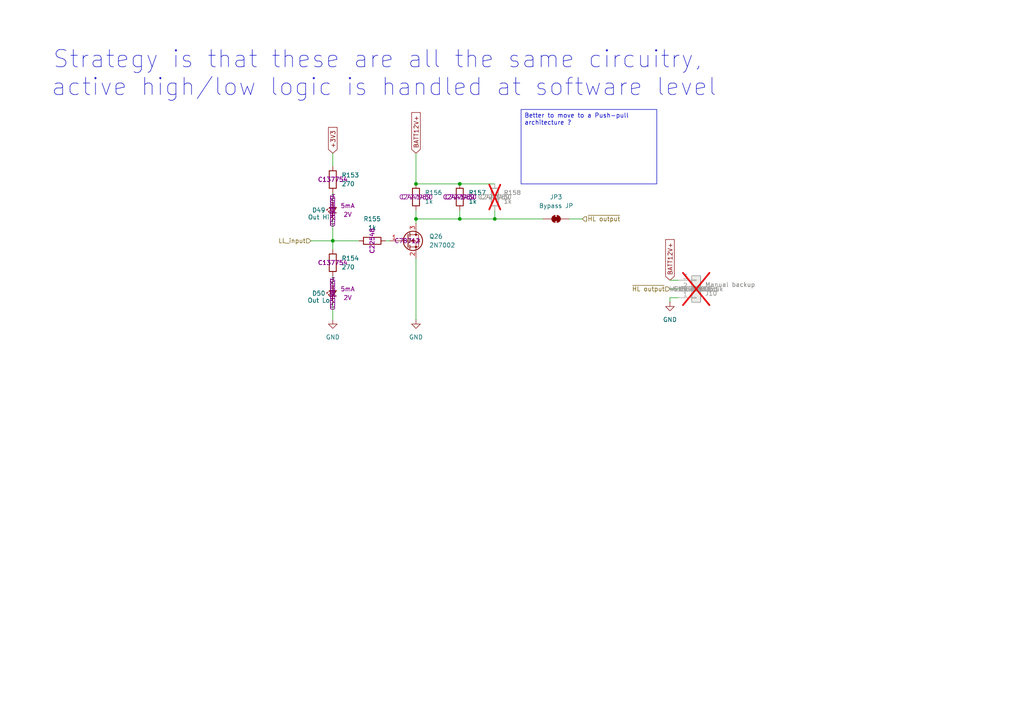
<source format=kicad_sch>
(kicad_sch (version 20250114) (generator "eeschema") (generator_version "9.0")
  (paper "A4")
  (title_block (title "Main architecture") (date "2025-08-10") (rev "0.0") (company "Alex Miller & Martin Roger") (comment 1 "https://github.com/martinroger/VXDash") (comment 2 "https://cadlab.io/projects/vxdash"))
  (lib_symbols
    (symbol "Connector_Generic:Conn_01x03" (pin_names (offset 1.016) (hide yes))
      (property "Reference" "J" (at 0 5.08 0))
      (property "Value" "Conn_01x03" (at 0 -5.08 0))
      (symbol "Conn_01x03_1_1"
        (rectangle (start -1.27 3.81) (end 1.27 -3.81) (stroke (width 0.254)) (fill (type background)))
        (rectangle (start -1.27 2.667) (end 0 2.413) (stroke (width 0.1524)))
        (rectangle (start -1.27 0.127) (end 0 -0.127) (stroke (width 0.1524)))
        (rectangle (start -1.27 -2.413) (end 0 -2.667) (stroke (width 0.1524)))
        (pin passive line (at -5.08 2.54 0) (length 3.81) (name "Pin_1") (number "1"))
        (pin passive line (at -5.08 0 0) (length 3.81) (name "Pin_2") (number "2"))
        (pin passive line (at -5.08 -2.54 0) (length 3.81) (name "Pin_3") (number "3"))
      )
    )
    (symbol "Jumper:SolderJumper_2_Bridged" (pin_numbers (hide yes)) (pin_names (offset 0) (hide yes)) (exclude_from_sim yes) (in_bom no)
      (property "Reference" "JP" (at 0 2.032 0))
      (property "Value" "SolderJumper_2_Bridged" (at 0 -2.54 0))
      (symbol "SolderJumper_2_Bridged_0_1"
        (rectangle (start -0.508 0.508) (end 0.508 -0.508) (fill (type outline)))
        (polyline (pts (xy -0.254 1.016) (xy -0.254 -1.016)))
        (arc (start -0.254 -1.016) (mid -1.2656 0) (end -0.254 1.016))
        (arc (start -0.254 -1.016) (mid -1.2656 0) (end -0.254 1.016) (fill (type outline)))
        (arc (start 0.254 1.016) (mid 1.2656 0) (end 0.254 -1.016))
        (arc (start 0.254 1.016) (mid 1.2656 0) (end 0.254 -1.016) (fill (type outline)))
        (polyline (pts (xy 0.254 1.016) (xy 0.254 -1.016)))
      )
      (symbol "SolderJumper_2_Bridged_1_1"
        (pin passive line (at -3.81 0 0) (length 2.54) (name "A") (number "1"))
        (pin passive line (at 3.81 0 180) (length 2.54) (name "B") (number "2"))
      )
    )
    (symbol "Transistor_FET:Q_NMOS_GSD" (pin_names (offset 0) (hide yes))
      (property "Reference" "Q" (at 5.08 1.905 0))
      (property "Value" "Q_NMOS_GSD" (at 5.08 0 0))
      (symbol "Q_NMOS_GSD_0_1"
        (polyline (pts (xy 0.254 1.905) (xy 0.254 -1.905)) (stroke (width 0.254)))
        (polyline (pts (xy 0.254 0) (xy -2.54 0)))
        (polyline (pts (xy 0.762 2.286) (xy 0.762 1.27)) (stroke (width 0.254)))
        (polyline (pts (xy 0.762 0.508) (xy 0.762 -0.508)) (stroke (width 0.254)))
        (polyline (pts (xy 0.762 -1.27) (xy 0.762 -2.286)) (stroke (width 0.254)))
        (polyline (pts (xy 0.762 -1.778) (xy 3.302 -1.778) (xy 3.302 1.778) (xy 0.762 1.778)))
        (polyline (pts (xy 1.016 0) (xy 2.032 0.381) (xy 2.032 -0.381) (xy 1.016 0)) (fill (type outline)))
        (circle (center 1.651 0) (radius 2.794) (stroke (width 0.254)))
        (polyline (pts (xy 2.54 2.54) (xy 2.54 1.778)))
        (circle (center 2.54 1.778) (radius 0.254) (fill (type outline)))
        (circle (center 2.54 -1.778) (radius 0.254) (fill (type outline)))
        (polyline (pts (xy 2.54 -2.54) (xy 2.54 0) (xy 0.762 0)))
        (polyline (pts (xy 2.921 0.381) (xy 3.683 0.381)))
        (polyline (pts (xy 3.302 0.381) (xy 2.921 -0.254) (xy 3.683 -0.254) (xy 3.302 0.381)))
      )
      (symbol "Q_NMOS_GSD_1_1"
        (pin input line (at -5.08 0 0) (length 2.54) (name "G") (number "1"))
        (pin passive line (at 2.54 5.08 270) (length 2.54) (name "D") (number "3"))
        (pin passive line (at 2.54 -5.08 90) (length 2.54) (name "S") (number "2"))
      )
    )
    (symbol "VXDash_diodes:LED_Small" (pin_numbers (hide yes)) (pin_names (offset 0.254) (hide yes))
      (property "Reference" "D1" (at 0.0635 6.35 0))
      (property "Value" "LED_Small" (at 0.0635 3.81 0))
      (property "Vf" "2V" (at 0 -4.572 0))
      (property "If" "5mA" (at 0 -2.54 0))
      (symbol "LED_Small_0_1"
        (polyline (pts (xy -0.762 -1.016) (xy -0.762 1.016)) (stroke (width 0.254)))
        (polyline (pts (xy 0 0.762) (xy -0.508 1.27) (xy -0.254 1.27) (xy -0.508 1.27) (xy -0.508 1.016)))
        (polyline (pts (xy 0.508 1.27) (xy 0 1.778) (xy 0.254 1.778) (xy 0 1.778) (xy 0 1.524)))
        (polyline (pts (xy 0.762 -1.016) (xy -0.762 0) (xy 0.762 1.016) (xy 0.762 -1.016)) (stroke (width 0.254)))
        (polyline (pts (xy 1.016 0) (xy -0.762 0)))
      )
      (symbol "LED_Small_1_1"
        (pin passive line (at -2.54 0 0) (length 1.778) (name "K") (number "1"))
        (pin passive line (at 2.54 0 180) (length 1.778) (name "A") (number "2"))
      )
    )
    (symbol "VXDash_passives:Res" (pin_numbers (hide yes)) (pin_names (offset 0))
      (property "Reference" "R" (at 1.27 1.27 0))
      (property "Value" "Res" (at 1.27 -1.27 0))
      (symbol "Res_0_1"
        (rectangle (start -1.016 -2.54) (end 1.016 2.54) (stroke (width 0.254)))
      )
      (symbol "Res_1_1"
        (pin passive line (at 0 3.81 270) (length 1.27) (name "~") (number "1"))
        (pin passive line (at 0 -3.81 90) (length 1.27) (name "~") (number "2"))
      )
    )
    (symbol "power:GND" (power) (pin_numbers (hide yes)) (pin_names (offset 0) (hide yes))
      (property "Value" "GND" (at 0 -3.81 0))
      (symbol "GND_0_1"
        (polyline (pts (xy 0 0) (xy 0 -1.27) (xy 1.27 -1.27) (xy 0 -2.54) (xy -1.27 -1.27) (xy 0 -1.27)))
      )
      (symbol "GND_1_1"
        (pin power_in line (at 0 0 270) (length 0) (name "~") (number "1"))
      )
    )
  )
  (text "Strategy is that these are all the same circuitry,\n active high/low logic is handled at software level" (at 109.474 21.336 0) (effects (font (size 5 5))))
  (text_box "Better to move to a Push-pull architecture ?" (at 151.13 31.75 0) (size 39.37 21.59) (margins 0.9525 0.9525 0.9525 0.9525) (effects (font (size 1.27 1.27)) (justify left top)))
  (junction (at 133.35 63.5))
  (junction (at 143.51 63.5))
  (junction (at 133.35 53.34))
  (junction (at 120.65 53.34))
  (junction (at 96.52 69.85))
  (junction (at 120.65 63.5))
  (wire (pts (xy 143.51 60.96) (xy 143.51 63.5)))
  (wire (pts (xy 120.65 53.34) (xy 133.35 53.34)))
  (wire (pts (xy 90.17 69.85) (xy 96.52 69.85)))
  (wire (pts (xy 120.65 63.5) (xy 133.35 63.5)))
  (wire (pts (xy 96.52 69.85) (xy 96.52 72.39)))
  (wire (pts (xy 96.52 44.45) (xy 96.52 48.26)))
  (wire (pts (xy 120.65 63.5) (xy 120.65 64.77)))
  (wire (pts (xy 194.31 83.82) (xy 196.85 83.82)))
  (wire (pts (xy 165.1 63.5) (xy 168.91 63.5)))
  (wire (pts (xy 196.85 86.36) (xy 194.31 86.36)))
  (wire (pts (xy 194.31 81.28) (xy 196.85 81.28)))
  (wire (pts (xy 120.65 74.93) (xy 120.65 92.71)))
  (wire (pts (xy 133.35 63.5) (xy 143.51 63.5)))
  (wire (pts (xy 111.76 69.85) (xy 113.03 69.85)))
  (wire (pts (xy 120.65 44.45) (xy 120.65 53.34)))
  (wire (pts (xy 96.52 69.85) (xy 104.14 69.85)))
  (wire (pts (xy 133.35 53.34) (xy 143.51 53.34)))
  (wire (pts (xy 194.31 86.36) (xy 194.31 87.63)))
  (wire (pts (xy 96.52 87.63) (xy 96.52 92.71)))
  (wire (pts (xy 143.51 63.5) (xy 157.48 63.5)))
  (wire (pts (xy 96.52 63.5) (xy 96.52 69.85)))
  (wire (pts (xy 133.35 60.96) (xy 133.35 63.5)))
  (wire (pts (xy 96.52 80.01) (xy 96.52 82.55)))
  (wire (pts (xy 120.65 60.96) (xy 120.65 63.5)))
  (wire (pts (xy 96.52 55.88) (xy 96.52 58.42)))
  (global_label "+3V3" (shape input) (at 96.52 44.45 90) (property "Intersheetrefs" "${INTERSHEET_REFS}" (effects (hide yes))))
  (global_label "BATT12V+" (shape input) (at 120.65 44.45 90) (property "Intersheetrefs" "${INTERSHEET_REFS}" (effects (hide yes))))
  (global_label "BATT12V+" (shape input) (at 194.31 81.28 90) (property "Intersheetrefs" "${INTERSHEET_REFS}" (effects (hide yes))))
  (hierarchical_label "~{HL output}" (shape input) (at 194.31 83.82 180))
  (hierarchical_label "~{HL output}" (shape input) (at 168.91 63.5 0))
  (hierarchical_label "LL_input" (shape input) (at 90.17 69.85 180))
  (symbol (lib_id "Connector_Generic:Conn_01x03") (at 201.93 83.82 0) (mirror x) (unit 1) (dnp yes)
    (property "Reference" "J8" (at 204.47 85.0901 0) (effects (justify left)))
    (property "Value" "Manual backup" (at 204.47 82.5501 0) (effects (justify left)))
    (property "Footprint" "Connector_PinHeader_2.54mm:PinHeader_1x03_P2.54mm_Vertical" (effects (hide yes)))
    (property "Description" "CONN HEADER VERT 3POS 2.54MM" (effects (hide yes)))
    (property "MFT" "Würth Elektronik" (at 201.93 83.82 0))
    (property "MFT_PN" "61300311121" (at 201.93 83.82 0))
    (property "LCSC" "C2915006" (at 201.93 83.82 0))
    (property "LCSC alt" "C2937625" (at 201.93 83.82 0))
    (instances (project "" (path "" (reference "J10") (unit 1)) (path "" (reference "J13") (unit 1)) (path "" (reference "J21") (unit 1)) (path "" (reference "J20") (unit 1)) (path "" (reference "J17") (unit 1)) (path "" (reference "J23") (unit 1)) (path "" (reference "J16") (unit 1)) (path "" (reference "J12") (unit 1)) (path "" (reference "J14") (unit 1)) (path "" (reference "J8") (unit 1)) (path "" (reference "J22") (unit 1)) (path "" (reference "J18") (unit 1)) (path "" (reference "J11") (unit 1)) (path "" (reference "J15") (unit 1)) (path "" (reference "J9") (unit 1)) (path "" (reference "J19") (unit 1))))
  )
  (symbol (lib_id "power:GND") (at 96.52 92.71 0) (unit 1)
    (property "Reference" "#PWR091" (effects (hide yes)))
    (property "Value" "GND" (at 96.52 97.79 0))
    (property "Description" "Power symbol creates a global label with name \"GND\" , ground" (effects (hide yes)))
    (instances (project "VXDash_Emulator" (path "" (reference "#PWR095") (unit 1)) (path "" (reference "#PWR0101") (unit 1)) (path "" (reference "#PWR0117") (unit 1)) (path "" (reference "#PWR0115") (unit 1)) (path "" (reference "#PWR0109") (unit 1)) (path "" (reference "#PWR089") (unit 1)) (path "" (reference "#PWR0107") (unit 1)) (path "" (reference "#PWR099") (unit 1)) (path "" (reference "#PWR0103") (unit 1)) (path "" (reference "#PWR091") (unit 1)) (path "" (reference "#PWR0119") (unit 1)) (path "" (reference "#PWR0111") (unit 1)) (path "" (reference "#PWR097") (unit 1)) (path "" (reference "#PWR0105") (unit 1)) (path "" (reference "#PWR093") (unit 1)) (path "" (reference "#PWR0113") (unit 1))))
  )
  (symbol (lib_id "power:GND") (at 120.65 92.71 0) (unit 1)
    (property "Reference" "#PWR092" (effects (hide yes)))
    (property "Value" "GND" (at 120.65 97.79 0))
    (property "Description" "Power symbol creates a global label with name \"GND\" , ground" (effects (hide yes)))
    (instances (project "VXDash_Emulator" (path "" (reference "#PWR096") (unit 1)) (path "" (reference "#PWR0102") (unit 1)) (path "" (reference "#PWR0118") (unit 1)) (path "" (reference "#PWR0116") (unit 1)) (path "" (reference "#PWR0110") (unit 1)) (path "" (reference "#PWR090") (unit 1)) (path "" (reference "#PWR0108") (unit 1)) (path "" (reference "#PWR0100") (unit 1)) (path "" (reference "#PWR0104") (unit 1)) (path "" (reference "#PWR092") (unit 1)) (path "" (reference "#PWR0120") (unit 1)) (path "" (reference "#PWR0112") (unit 1)) (path "" (reference "#PWR098") (unit 1)) (path "" (reference "#PWR0106") (unit 1)) (path "" (reference "#PWR094") (unit 1)) (path "" (reference "#PWR0114") (unit 1))))
  )
  (symbol (lib_id "VXDash_passives:Res") (at 120.65 57.15 180) (unit 1)
    (property "Reference" "R144" (at 123.19 55.8799 0) (effects (justify right)))
    (property "Value" "1k" (at 123.19 58.4199 0) (effects (justify right)))
    (property "Footprint" "Resistor_SMD:R_0805_2012Metric_Pad1.20x1.40mm_HandSolder" (effects (hide yes)))
    (property "Description" "RES 1K OHM 1% 1/4W 0805" (effects (hide yes)))
    (property "Tol" "1%" (effects (hide yes)))
    (property "Power" "250mW" (effects (hide yes)))
    (property "MFT" "StackPole Electronics" (effects (hide yes)))
    (property "MFT_PN" "RNCP0805FTD1K00" (effects (hide yes)))
    (property "LCSC" "C2441430" (at 120.65 57.15 0))
    (property "LCSC alt" "C727989" (at 120.65 57.15 0))
    (instances (project "VXDash_Emulator" (path "" (reference "R156") (unit 1)) (path "" (reference "R174") (unit 1)) (path "" (reference "R222") (unit 1)) (path "" (reference "R216") (unit 1)) (path "" (reference "R198") (unit 1)) (path "" (reference "R140") (unit 1)) (path "" (reference "R192") (unit 1)) (path "" (reference "R168") (unit 1)) (path "" (reference "R180") (unit 1)) (path "" (reference "R144") (unit 1)) (path "" (reference "R228") (unit 1)) (path "" (reference "R204") (unit 1)) (path "" (reference "R162") (unit 1)) (path "" (reference "R186") (unit 1)) (path "" (reference "R150") (unit 1)) (path "" (reference "R210") (unit 1))))
  )
  (symbol (lib_id "power:GND") (at 194.31 87.63 0) (unit 1)
    (property "Reference" "#PWR0121" (effects (hide yes)))
    (property "Value" "GND" (at 194.31 92.71 0))
    (property "Description" "Power symbol creates a global label with name \"GND\" , ground" (effects (hide yes)))
    (instances (project "VXDash_Emulator" (path "" (reference "#PWR0123") (unit 1)) (path "" (reference "#PWR0126") (unit 1)) (path "" (reference "#PWR0134") (unit 1)) (path "" (reference "#PWR0133") (unit 1)) (path "" (reference "#PWR0130") (unit 1)) (path "" (reference "#PWR0136") (unit 1)) (path "" (reference "#PWR0129") (unit 1)) (path "" (reference "#PWR0125") (unit 1)) (path "" (reference "#PWR0127") (unit 1)) (path "" (reference "#PWR0121") (unit 1)) (path "" (reference "#PWR0135") (unit 1)) (path "" (reference "#PWR0131") (unit 1)) (path "" (reference "#PWR0124") (unit 1)) (path "" (reference "#PWR0128") (unit 1)) (path "" (reference "#PWR0122") (unit 1)) (path "" (reference "#PWR0132") (unit 1))))
  )
  (symbol (lib_id "Transistor_FET:Q_NMOS_GSD") (at 118.11 69.85 0) (unit 1)
    (property "Reference" "Q24" (at 124.46 68.5799 0) (effects (justify left)))
    (property "Value" "2N7002" (at 124.46 71.1199 0) (effects (justify left)))
    (property "Footprint" "Package_TO_SOT_SMD:SOT-23" (effects (hide yes)))
    (property "Description" "N-MOSFET transistor, gate/source/drain" (effects (hide yes)))
    (property "MFT" "Micro Commercial Co" (effects (hide yes)))
    (property "MFT_PN" "2N7002-TP" (effects (hide yes)))
    (property "LCSC" "C78712" (at 118.11 69.85 0))
    (property "LCSC alt" "C78712" (at 118.11 69.85 0))
    (instances (project "VXDash_Emulator" (path "" (reference "Q26") (unit 1)) (path "" (reference "Q29") (unit 1)) (path "" (reference "Q37") (unit 1)) (path "" (reference "Q36") (unit 1)) (path "" (reference "Q33") (unit 1)) (path "" (reference "Q23") (unit 1)) (path "" (reference "Q32") (unit 1)) (path "" (reference "Q28") (unit 1)) (path "" (reference "Q30") (unit 1)) (path "" (reference "Q24") (unit 1)) (path "" (reference "Q38") (unit 1)) (path "" (reference "Q34") (unit 1)) (path "" (reference "Q27") (unit 1)) (path "" (reference "Q31") (unit 1)) (path "" (reference "Q25") (unit 1)) (path "" (reference "Q35") (unit 1))))
  )
  (symbol (lib_id "VXDash_diodes:LED_Small") (at 96.52 85.09 90) (unit 1)
    (property "Reference" "D46" (at 92.456 85.09 90))
    (property "Value" "Out Lo" (at 92.456 87.122 90))
    (property "Footprint" "LED_SMD:LED_0603_1608Metric_Pad1.05x0.95mm_HandSolder" (effects (hide yes)))
    (property "Description" "LED GREEN DIFFUSED 0603 SMD" (effects (hide yes)))
    (property "Sim.Pin" "1=K 2=A" (effects (hide yes)))
    (property "MFT" "Harvatek Corp" (effects (hide yes)))
    (property "MFT_PN" "B1911PG--20D000514U1930" (effects (hide yes)))
    (property "Vf" "2V" (at 100.838 86.36 90))
    (property "If" "5mA" (at 100.838 83.82 90))
    (property "Voltage" "2V" (at 96.52 85.09 0))
    (property "LCSC" "C5556934" (at 96.52 85.09 0))
    (property "LCSC alt" "C284909" (at 96.52 85.09 0))
    (instances (project "VXDash_Emulator" (path "" (reference "D50") (unit 1)) (path "" (reference "D56") (unit 1)) (path "" (reference "D72") (unit 1)) (path "" (reference "D70") (unit 1)) (path "" (reference "D64") (unit 1)) (path "" (reference "D43") (unit 1)) (path "" (reference "D62") (unit 1)) (path "" (reference "D54") (unit 1)) (path "" (reference "D58") (unit 1)) (path "" (reference "D46") (unit 1)) (path "" (reference "D74") (unit 1)) (path "" (reference "D66") (unit 1)) (path "" (reference "D52") (unit 1)) (path "" (reference "D60") (unit 1)) (path "" (reference "D48") (unit 1)) (path "" (reference "D68") (unit 1))))
  )
  (symbol (lib_id "VXDash_passives:Res") (at 96.52 76.2 0) (unit 1)
    (property "Reference" "R142" (at 99.06 74.9299 0) (effects (justify left)))
    (property "Value" "270" (at 99.06 77.4699 0) (effects (justify left)))
    (property "Footprint" "Resistor_SMD:R_0603_1608Metric_Pad0.98x0.95mm_HandSolder" (effects (hide yes)))
    (property "Description" "RES 270 OHM 1% 1/10W 0603" (effects (hide yes)))
    (property "Tol" "1%" (effects (hide yes)))
    (property "Power" "100mW" (effects (hide yes)))
    (property "MFT" "Yageo" (effects (hide yes)))
    (property "MFT_PN" "RC0603FR-07270RL" (effects (hide yes)))
    (property "LCSC" "C137754" (at 96.52 76.2 0))
    (property "LCSC alt" "C137754" (at 96.52 76.2 0))
    (instances (project "VXDash_Emulator" (path "" (reference "R154") (unit 1)) (path "" (reference "R172") (unit 1)) (path "" (reference "R220") (unit 1)) (path "" (reference "R214") (unit 1)) (path "" (reference "R196") (unit 1)) (path "" (reference "R135") (unit 1)) (path "" (reference "R190") (unit 1)) (path "" (reference "R166") (unit 1)) (path "" (reference "R178") (unit 1)) (path "" (reference "R142") (unit 1)) (path "" (reference "R226") (unit 1)) (path "" (reference "R202") (unit 1)) (path "" (reference "R160") (unit 1)) (path "" (reference "R184") (unit 1)) (path "" (reference "R148") (unit 1)) (path "" (reference "R208") (unit 1))))
  )
  (symbol (lib_id "VXDash_passives:Res") (at 107.95 69.85 90) (unit 1)
    (property "Reference" "R143" (at 107.95 63.5 90))
    (property "Value" "1k" (at 107.95 66.04 90))
    (property "Footprint" "Resistor_SMD:R_0603_1608Metric_Pad0.98x0.95mm_HandSolder" (effects (hide yes)))
    (property "Description" "RES 1K OHM 1% 1/10W 0603" (effects (hide yes)))
    (property "Tol" "1%" (effects (hide yes)))
    (property "Power" "100mW" (effects (hide yes)))
    (property "MFT" "Yageo" (effects (hide yes)))
    (property "MFT_PN" "RC0603FR-071KL" (effects (hide yes)))
    (property "LCSC" "C22548" (at 107.95 69.85 0))
    (property "LCSC alt" "C22548" (at 107.95 69.85 0))
    (instances (project "VXDash_Emulator" (path "" (reference "R155") (unit 1)) (path "" (reference "R173") (unit 1)) (path "" (reference "R221") (unit 1)) (path "" (reference "R215") (unit 1)) (path "" (reference "R197") (unit 1)) (path "" (reference "R137") (unit 1)) (path "" (reference "R191") (unit 1)) (path "" (reference "R167") (unit 1)) (path "" (reference "R179") (unit 1)) (path "" (reference "R143") (unit 1)) (path "" (reference "R227") (unit 1)) (path "" (reference "R203") (unit 1)) (path "" (reference "R161") (unit 1)) (path "" (reference "R185") (unit 1)) (path "" (reference "R149") (unit 1)) (path "" (reference "R209") (unit 1))))
  )
  (symbol (lib_id "VXDash_passives:Res") (at 96.52 52.07 0) (unit 1)
    (property "Reference" "R138" (at 99.06 50.7999 0) (effects (justify left)))
    (property "Value" "270" (at 99.06 53.3399 0) (effects (justify left)))
    (property "Footprint" "Resistor_SMD:R_0603_1608Metric_Pad0.98x0.95mm_HandSolder" (effects (hide yes)))
    (property "Description" "RES 270 OHM 1% 1/10W 0603" (effects (hide yes)))
    (property "Tol" "1%" (effects (hide yes)))
    (property "Power" "100mW" (effects (hide yes)))
    (property "MFT" "Yageo" (effects (hide yes)))
    (property "MFT_PN" "RC0603FR-07270RL" (effects (hide yes)))
    (property "LCSC" "C137754" (at 96.52 52.07 0))
    (property "LCSC alt" "C137754" (at 96.52 52.07 0))
    (instances (project "VXDash_Emulator" (path "" (reference "R153") (unit 1)) (path "" (reference "R171") (unit 1)) (path "" (reference "R219") (unit 1)) (path "" (reference "R213") (unit 1)) (path "" (reference "R195") (unit 1)) (path "" (reference "R136") (unit 1)) (path "" (reference "R189") (unit 1)) (path "" (reference "R165") (unit 1)) (path "" (reference "R177") (unit 1)) (path "" (reference "R138") (unit 1)) (path "" (reference "R225") (unit 1)) (path "" (reference "R201") (unit 1)) (path "" (reference "R159") (unit 1)) (path "" (reference "R183") (unit 1)) (path "" (reference "R147") (unit 1)) (path "" (reference "R207") (unit 1))))
  )
  (symbol (lib_id "VXDash_diodes:LED_Small") (at 96.52 60.96 90) (unit 1)
    (property "Reference" "D45" (at 92.456 60.96 90))
    (property "Value" "Out Hi" (at 92.456 62.992 90))
    (property "Footprint" "LED_SMD:LED_0603_1608Metric_Pad1.05x0.95mm_HandSolder" (effects (hide yes)))
    (property "Description" "LED GREEN DIFFUSED 0603 SMD" (effects (hide yes)))
    (property "Sim.Pin" "1=K 2=A" (effects (hide yes)))
    (property "MFT" "Harvatek Corp" (effects (hide yes)))
    (property "MFT_PN" "B1911PG--20D000514U1930" (effects (hide yes)))
    (property "Vf" "2V" (at 100.838 62.23 90))
    (property "If" "5mA" (at 100.838 59.69 90))
    (property "Voltage" "2V" (at 96.52 60.96 0))
    (property "LCSC" "C5556934" (at 96.52 60.96 0))
    (property "LCSC alt" "C284909" (at 96.52 60.96 0))
    (instances (project "VXDash_Emulator" (path "" (reference "D49") (unit 1)) (path "" (reference "D55") (unit 1)) (path "" (reference "D71") (unit 1)) (path "" (reference "D69") (unit 1)) (path "" (reference "D63") (unit 1)) (path "" (reference "D44") (unit 1)) (path "" (reference "D61") (unit 1)) (path "" (reference "D53") (unit 1)) (path "" (reference "D57") (unit 1)) (path "" (reference "D45") (unit 1)) (path "" (reference "D73") (unit 1)) (path "" (reference "D65") (unit 1)) (path "" (reference "D51") (unit 1)) (path "" (reference "D59") (unit 1)) (path "" (reference "D47") (unit 1)) (path "" (reference "D67") (unit 1))))
  )
  (symbol (lib_id "VXDash_passives:Res") (at 133.35 57.15 180) (unit 1)
    (property "Reference" "R145" (at 135.89 55.8799 0) (effects (justify right)))
    (property "Value" "1k" (at 135.89 58.4199 0) (effects (justify right)))
    (property "Footprint" "Resistor_SMD:R_0805_2012Metric_Pad1.20x1.40mm_HandSolder" (effects (hide yes)))
    (property "Description" "RES 1K OHM 1% 1/4W 0805" (effects (hide yes)))
    (property "Tol" "1%" (effects (hide yes)))
    (property "Power" "250mW" (effects (hide yes)))
    (property "MFT" "StackPole Electronics" (effects (hide yes)))
    (property "MFT_PN" "RNCP0805FTD1K00" (effects (hide yes)))
    (property "LCSC" "C2441430" (at 133.35 57.15 0))
    (property "LCSC alt" "C727989" (at 133.35 57.15 0))
    (instances (project "VXDash_Emulator" (path "" (reference "R157") (unit 1)) (path "" (reference "R175") (unit 1)) (path "" (reference "R223") (unit 1)) (path "" (reference "R217") (unit 1)) (path "" (reference "R199") (unit 1)) (path "" (reference "R139") (unit 1)) (path "" (reference "R193") (unit 1)) (path "" (reference "R169") (unit 1)) (path "" (reference "R181") (unit 1)) (path "" (reference "R145") (unit 1)) (path "" (reference "R229") (unit 1)) (path "" (reference "R205") (unit 1)) (path "" (reference "R163") (unit 1)) (path "" (reference "R187") (unit 1)) (path "" (reference "R151") (unit 1)) (path "" (reference "R211") (unit 1))))
  )
  (symbol (lib_id "VXDash_passives:Res") (at 143.51 57.15 180) (unit 1) (dnp yes)
    (property "Reference" "R146" (at 146.05 55.8799 0) (effects (justify right)))
    (property "Value" "1k" (at 146.05 58.4199 0) (effects (justify right)))
    (property "Footprint" "Resistor_SMD:R_0805_2012Metric_Pad1.20x1.40mm_HandSolder" (effects (hide yes)))
    (property "Description" "RES 1K OHM 1% 1/4W 0805" (effects (hide yes)))
    (property "Tol" "1%" (effects (hide yes)))
    (property "Power" "250mW" (effects (hide yes)))
    (property "MFT" "StackPole Electronics" (effects (hide yes)))
    (property "MFT_PN" "RNCP0805FTD1K00" (effects (hide yes)))
    (property "LCSC" "C2441430" (at 143.51 57.15 0))
    (property "LCSC alt" "C727989" (at 143.51 57.15 0))
    (instances (project "VXDash_Emulator" (path "" (reference "R158") (unit 1)) (path "" (reference "R176") (unit 1)) (path "" (reference "R224") (unit 1)) (path "" (reference "R218") (unit 1)) (path "" (reference "R200") (unit 1)) (path "" (reference "R141") (unit 1)) (path "" (reference "R194") (unit 1)) (path "" (reference "R170") (unit 1)) (path "" (reference "R182") (unit 1)) (path "" (reference "R146") (unit 1)) (path "" (reference "R230") (unit 1)) (path "" (reference "R206") (unit 1)) (path "" (reference "R164") (unit 1)) (path "" (reference "R188") (unit 1)) (path "" (reference "R152") (unit 1)) (path "" (reference "R212") (unit 1))))
  )
  (symbol (lib_id "Jumper:SolderJumper_2_Bridged") (at 161.29 63.5 0) (unit 1) (exclude_from_sim yes) (in_bom no)
    (property "Reference" "JP1" (at 161.29 57.15 0))
    (property "Value" "Bypass JP" (at 161.29 59.69 0))
    (property "Footprint" "Jumper:SolderJumper-2_P1.3mm_Bridged_RoundedPad1.0x1.5mm" (effects (hide yes)))
    (property "Description" "Solder Jumper, 2-pole, closed/bridged" (effects (hide yes)))
    (instances (project "" (path "" (reference "JP3") (unit 1)) (path "" (reference "JP6") (unit 1)) (path "" (reference "JP14") (unit 1)) (path "" (reference "JP13") (unit 1)) (path "" (reference "JP10") (unit 1)) (path "" (reference "JP16") (unit 1)) (path "" (reference "JP9") (unit 1)) (path "" (reference "JP5") (unit 1)) (path "" (reference "JP7") (unit 1)) (path "" (reference "JP1") (unit 1)) (path "" (reference "JP15") (unit 1)) (path "" (reference "JP11") (unit 1)) (path "" (reference "JP4") (unit 1)) (path "" (reference "JP8") (unit 1)) (path "" (reference "JP2") (unit 1)) (path "" (reference "JP12") (unit 1))))
  )
)
</source>
